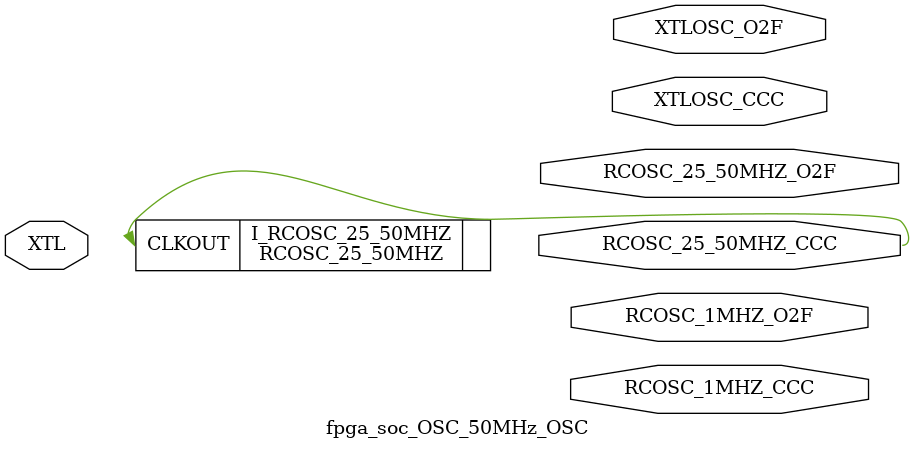
<source format=v>
`timescale 1 ns/100 ps


module fpga_soc_OSC_50MHz_OSC(
       XTL,
       RCOSC_25_50MHZ_CCC,
       RCOSC_25_50MHZ_O2F,
       RCOSC_1MHZ_CCC,
       RCOSC_1MHZ_O2F,
       XTLOSC_CCC,
       XTLOSC_O2F
    );
input  XTL;
output RCOSC_25_50MHZ_CCC;
output RCOSC_25_50MHZ_O2F;
output RCOSC_1MHZ_CCC;
output RCOSC_1MHZ_O2F;
output XTLOSC_CCC;
output XTLOSC_O2F;

    
    RCOSC_25_50MHZ #( .FREQUENCY(50.0) )  I_RCOSC_25_50MHZ (.CLKOUT(
        RCOSC_25_50MHZ_CCC));
    
endmodule

</source>
